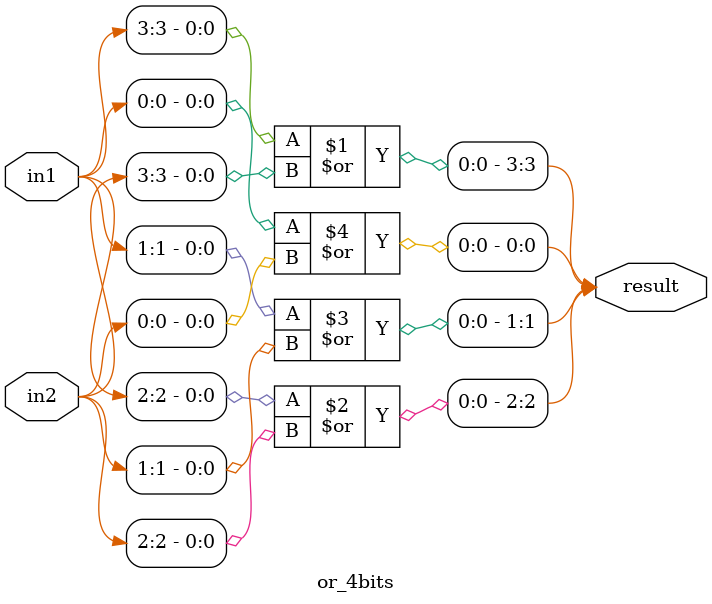
<source format=v>
module or_4bits (output[3:0] result  ,input [3:0] in1,  input [3:0] in2);

	or and1 (result[3], in1[3], in2[3]);
	or and2 (result[2], in1[2], in2[2]);
	or and3 (result[1], in1[1], in2[1]);
	or and4 (result[0], in1[0], in2[0]);

endmodule
</source>
